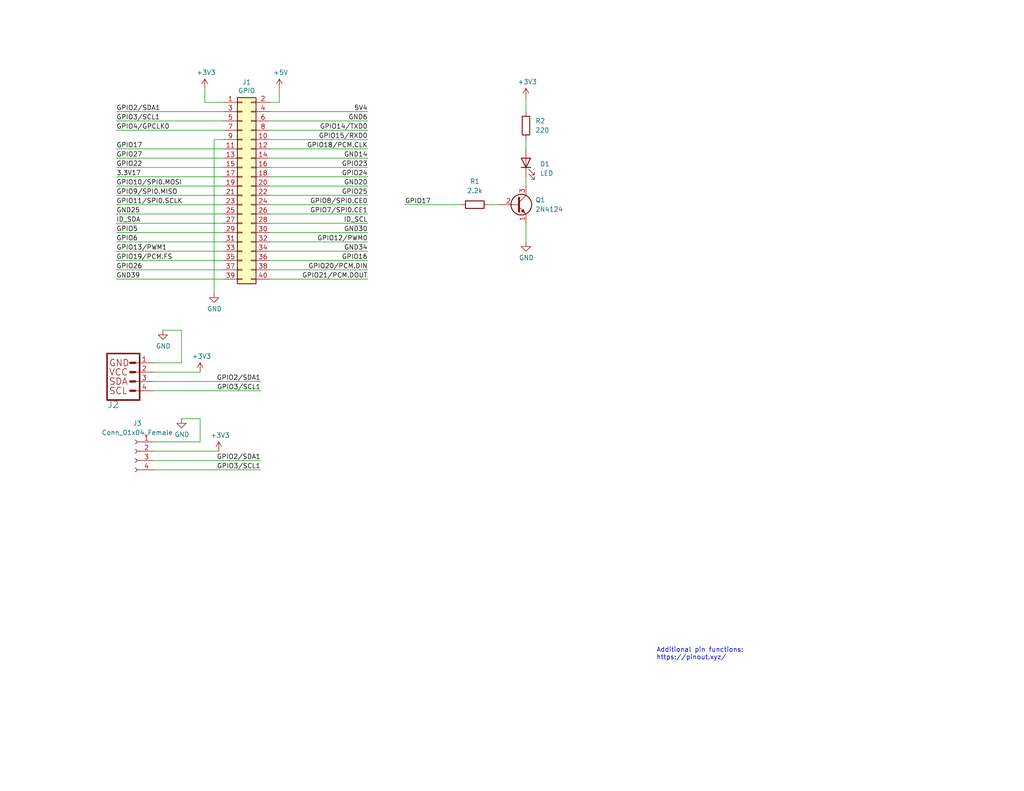
<source format=kicad_sch>
(kicad_sch (version 20211123) (generator eeschema)

  (uuid e63e39d7-6ac0-4ffd-8aa3-1841a4541b55)

  (paper "USLetter")

  (title_block
    (date "2023-11-08")
  )

  (lib_symbols
    (symbol "Connector:Conn_01x04_Female" (pin_names (offset 1.016) hide) (in_bom yes) (on_board yes)
      (property "Reference" "J" (id 0) (at 0 5.08 0)
        (effects (font (size 1.27 1.27)))
      )
      (property "Value" "Conn_01x04_Female" (id 1) (at 0 -7.62 0)
        (effects (font (size 1.27 1.27)))
      )
      (property "Footprint" "" (id 2) (at 0 0 0)
        (effects (font (size 1.27 1.27)) hide)
      )
      (property "Datasheet" "~" (id 3) (at 0 0 0)
        (effects (font (size 1.27 1.27)) hide)
      )
      (property "ki_keywords" "connector" (id 4) (at 0 0 0)
        (effects (font (size 1.27 1.27)) hide)
      )
      (property "ki_description" "Generic connector, single row, 01x04, script generated (kicad-library-utils/schlib/autogen/connector/)" (id 5) (at 0 0 0)
        (effects (font (size 1.27 1.27)) hide)
      )
      (property "ki_fp_filters" "Connector*:*_1x??_*" (id 6) (at 0 0 0)
        (effects (font (size 1.27 1.27)) hide)
      )
      (symbol "Conn_01x04_Female_1_1"
        (arc (start 0 -4.572) (mid -0.508 -5.08) (end 0 -5.588)
          (stroke (width 0.1524) (type default) (color 0 0 0 0))
          (fill (type none))
        )
        (arc (start 0 -2.032) (mid -0.508 -2.54) (end 0 -3.048)
          (stroke (width 0.1524) (type default) (color 0 0 0 0))
          (fill (type none))
        )
        (polyline
          (pts
            (xy -1.27 -5.08)
            (xy -0.508 -5.08)
          )
          (stroke (width 0.1524) (type default) (color 0 0 0 0))
          (fill (type none))
        )
        (polyline
          (pts
            (xy -1.27 -2.54)
            (xy -0.508 -2.54)
          )
          (stroke (width 0.1524) (type default) (color 0 0 0 0))
          (fill (type none))
        )
        (polyline
          (pts
            (xy -1.27 0)
            (xy -0.508 0)
          )
          (stroke (width 0.1524) (type default) (color 0 0 0 0))
          (fill (type none))
        )
        (polyline
          (pts
            (xy -1.27 2.54)
            (xy -0.508 2.54)
          )
          (stroke (width 0.1524) (type default) (color 0 0 0 0))
          (fill (type none))
        )
        (arc (start 0 0.508) (mid -0.508 0) (end 0 -0.508)
          (stroke (width 0.1524) (type default) (color 0 0 0 0))
          (fill (type none))
        )
        (arc (start 0 3.048) (mid -0.508 2.54) (end 0 2.032)
          (stroke (width 0.1524) (type default) (color 0 0 0 0))
          (fill (type none))
        )
        (pin passive line (at -5.08 2.54 0) (length 3.81)
          (name "Pin_1" (effects (font (size 1.27 1.27))))
          (number "1" (effects (font (size 1.27 1.27))))
        )
        (pin passive line (at -5.08 0 0) (length 3.81)
          (name "Pin_2" (effects (font (size 1.27 1.27))))
          (number "2" (effects (font (size 1.27 1.27))))
        )
        (pin passive line (at -5.08 -2.54 0) (length 3.81)
          (name "Pin_3" (effects (font (size 1.27 1.27))))
          (number "3" (effects (font (size 1.27 1.27))))
        )
        (pin passive line (at -5.08 -5.08 0) (length 3.81)
          (name "Pin_4" (effects (font (size 1.27 1.27))))
          (number "4" (effects (font (size 1.27 1.27))))
        )
      )
    )
    (symbol "Connector_Generic:Conn_02x20_Odd_Even" (pin_names (offset 1.016) hide) (in_bom yes) (on_board yes)
      (property "Reference" "J" (id 0) (at 1.27 25.4 0)
        (effects (font (size 1.27 1.27)))
      )
      (property "Value" "Conn_02x20_Odd_Even" (id 1) (at 1.27 -27.94 0)
        (effects (font (size 1.27 1.27)))
      )
      (property "Footprint" "" (id 2) (at 0 0 0)
        (effects (font (size 1.27 1.27)) hide)
      )
      (property "Datasheet" "~" (id 3) (at 0 0 0)
        (effects (font (size 1.27 1.27)) hide)
      )
      (property "ki_keywords" "connector" (id 4) (at 0 0 0)
        (effects (font (size 1.27 1.27)) hide)
      )
      (property "ki_description" "Generic connector, double row, 02x20, odd/even pin numbering scheme (row 1 odd numbers, row 2 even numbers), script generated (kicad-library-utils/schlib/autogen/connector/)" (id 5) (at 0 0 0)
        (effects (font (size 1.27 1.27)) hide)
      )
      (property "ki_fp_filters" "Connector*:*_2x??_*" (id 6) (at 0 0 0)
        (effects (font (size 1.27 1.27)) hide)
      )
      (symbol "Conn_02x20_Odd_Even_1_1"
        (rectangle (start -1.27 -25.273) (end 0 -25.527)
          (stroke (width 0.1524) (type default) (color 0 0 0 0))
          (fill (type none))
        )
        (rectangle (start -1.27 -22.733) (end 0 -22.987)
          (stroke (width 0.1524) (type default) (color 0 0 0 0))
          (fill (type none))
        )
        (rectangle (start -1.27 -20.193) (end 0 -20.447)
          (stroke (width 0.1524) (type default) (color 0 0 0 0))
          (fill (type none))
        )
        (rectangle (start -1.27 -17.653) (end 0 -17.907)
          (stroke (width 0.1524) (type default) (color 0 0 0 0))
          (fill (type none))
        )
        (rectangle (start -1.27 -15.113) (end 0 -15.367)
          (stroke (width 0.1524) (type default) (color 0 0 0 0))
          (fill (type none))
        )
        (rectangle (start -1.27 -12.573) (end 0 -12.827)
          (stroke (width 0.1524) (type default) (color 0 0 0 0))
          (fill (type none))
        )
        (rectangle (start -1.27 -10.033) (end 0 -10.287)
          (stroke (width 0.1524) (type default) (color 0 0 0 0))
          (fill (type none))
        )
        (rectangle (start -1.27 -7.493) (end 0 -7.747)
          (stroke (width 0.1524) (type default) (color 0 0 0 0))
          (fill (type none))
        )
        (rectangle (start -1.27 -4.953) (end 0 -5.207)
          (stroke (width 0.1524) (type default) (color 0 0 0 0))
          (fill (type none))
        )
        (rectangle (start -1.27 -2.413) (end 0 -2.667)
          (stroke (width 0.1524) (type default) (color 0 0 0 0))
          (fill (type none))
        )
        (rectangle (start -1.27 0.127) (end 0 -0.127)
          (stroke (width 0.1524) (type default) (color 0 0 0 0))
          (fill (type none))
        )
        (rectangle (start -1.27 2.667) (end 0 2.413)
          (stroke (width 0.1524) (type default) (color 0 0 0 0))
          (fill (type none))
        )
        (rectangle (start -1.27 5.207) (end 0 4.953)
          (stroke (width 0.1524) (type default) (color 0 0 0 0))
          (fill (type none))
        )
        (rectangle (start -1.27 7.747) (end 0 7.493)
          (stroke (width 0.1524) (type default) (color 0 0 0 0))
          (fill (type none))
        )
        (rectangle (start -1.27 10.287) (end 0 10.033)
          (stroke (width 0.1524) (type default) (color 0 0 0 0))
          (fill (type none))
        )
        (rectangle (start -1.27 12.827) (end 0 12.573)
          (stroke (width 0.1524) (type default) (color 0 0 0 0))
          (fill (type none))
        )
        (rectangle (start -1.27 15.367) (end 0 15.113)
          (stroke (width 0.1524) (type default) (color 0 0 0 0))
          (fill (type none))
        )
        (rectangle (start -1.27 17.907) (end 0 17.653)
          (stroke (width 0.1524) (type default) (color 0 0 0 0))
          (fill (type none))
        )
        (rectangle (start -1.27 20.447) (end 0 20.193)
          (stroke (width 0.1524) (type default) (color 0 0 0 0))
          (fill (type none))
        )
        (rectangle (start -1.27 22.987) (end 0 22.733)
          (stroke (width 0.1524) (type default) (color 0 0 0 0))
          (fill (type none))
        )
        (rectangle (start -1.27 24.13) (end 3.81 -26.67)
          (stroke (width 0.254) (type default) (color 0 0 0 0))
          (fill (type background))
        )
        (rectangle (start 3.81 -25.273) (end 2.54 -25.527)
          (stroke (width 0.1524) (type default) (color 0 0 0 0))
          (fill (type none))
        )
        (rectangle (start 3.81 -22.733) (end 2.54 -22.987)
          (stroke (width 0.1524) (type default) (color 0 0 0 0))
          (fill (type none))
        )
        (rectangle (start 3.81 -20.193) (end 2.54 -20.447)
          (stroke (width 0.1524) (type default) (color 0 0 0 0))
          (fill (type none))
        )
        (rectangle (start 3.81 -17.653) (end 2.54 -17.907)
          (stroke (width 0.1524) (type default) (color 0 0 0 0))
          (fill (type none))
        )
        (rectangle (start 3.81 -15.113) (end 2.54 -15.367)
          (stroke (width 0.1524) (type default) (color 0 0 0 0))
          (fill (type none))
        )
        (rectangle (start 3.81 -12.573) (end 2.54 -12.827)
          (stroke (width 0.1524) (type default) (color 0 0 0 0))
          (fill (type none))
        )
        (rectangle (start 3.81 -10.033) (end 2.54 -10.287)
          (stroke (width 0.1524) (type default) (color 0 0 0 0))
          (fill (type none))
        )
        (rectangle (start 3.81 -7.493) (end 2.54 -7.747)
          (stroke (width 0.1524) (type default) (color 0 0 0 0))
          (fill (type none))
        )
        (rectangle (start 3.81 -4.953) (end 2.54 -5.207)
          (stroke (width 0.1524) (type default) (color 0 0 0 0))
          (fill (type none))
        )
        (rectangle (start 3.81 -2.413) (end 2.54 -2.667)
          (stroke (width 0.1524) (type default) (color 0 0 0 0))
          (fill (type none))
        )
        (rectangle (start 3.81 0.127) (end 2.54 -0.127)
          (stroke (width 0.1524) (type default) (color 0 0 0 0))
          (fill (type none))
        )
        (rectangle (start 3.81 2.667) (end 2.54 2.413)
          (stroke (width 0.1524) (type default) (color 0 0 0 0))
          (fill (type none))
        )
        (rectangle (start 3.81 5.207) (end 2.54 4.953)
          (stroke (width 0.1524) (type default) (color 0 0 0 0))
          (fill (type none))
        )
        (rectangle (start 3.81 7.747) (end 2.54 7.493)
          (stroke (width 0.1524) (type default) (color 0 0 0 0))
          (fill (type none))
        )
        (rectangle (start 3.81 10.287) (end 2.54 10.033)
          (stroke (width 0.1524) (type default) (color 0 0 0 0))
          (fill (type none))
        )
        (rectangle (start 3.81 12.827) (end 2.54 12.573)
          (stroke (width 0.1524) (type default) (color 0 0 0 0))
          (fill (type none))
        )
        (rectangle (start 3.81 15.367) (end 2.54 15.113)
          (stroke (width 0.1524) (type default) (color 0 0 0 0))
          (fill (type none))
        )
        (rectangle (start 3.81 17.907) (end 2.54 17.653)
          (stroke (width 0.1524) (type default) (color 0 0 0 0))
          (fill (type none))
        )
        (rectangle (start 3.81 20.447) (end 2.54 20.193)
          (stroke (width 0.1524) (type default) (color 0 0 0 0))
          (fill (type none))
        )
        (rectangle (start 3.81 22.987) (end 2.54 22.733)
          (stroke (width 0.1524) (type default) (color 0 0 0 0))
          (fill (type none))
        )
        (pin passive line (at -5.08 22.86 0) (length 3.81)
          (name "Pin_1" (effects (font (size 1.27 1.27))))
          (number "1" (effects (font (size 1.27 1.27))))
        )
        (pin passive line (at 7.62 12.7 180) (length 3.81)
          (name "Pin_10" (effects (font (size 1.27 1.27))))
          (number "10" (effects (font (size 1.27 1.27))))
        )
        (pin passive line (at -5.08 10.16 0) (length 3.81)
          (name "Pin_11" (effects (font (size 1.27 1.27))))
          (number "11" (effects (font (size 1.27 1.27))))
        )
        (pin passive line (at 7.62 10.16 180) (length 3.81)
          (name "Pin_12" (effects (font (size 1.27 1.27))))
          (number "12" (effects (font (size 1.27 1.27))))
        )
        (pin passive line (at -5.08 7.62 0) (length 3.81)
          (name "Pin_13" (effects (font (size 1.27 1.27))))
          (number "13" (effects (font (size 1.27 1.27))))
        )
        (pin passive line (at 7.62 7.62 180) (length 3.81)
          (name "Pin_14" (effects (font (size 1.27 1.27))))
          (number "14" (effects (font (size 1.27 1.27))))
        )
        (pin passive line (at -5.08 5.08 0) (length 3.81)
          (name "Pin_15" (effects (font (size 1.27 1.27))))
          (number "15" (effects (font (size 1.27 1.27))))
        )
        (pin passive line (at 7.62 5.08 180) (length 3.81)
          (name "Pin_16" (effects (font (size 1.27 1.27))))
          (number "16" (effects (font (size 1.27 1.27))))
        )
        (pin passive line (at -5.08 2.54 0) (length 3.81)
          (name "Pin_17" (effects (font (size 1.27 1.27))))
          (number "17" (effects (font (size 1.27 1.27))))
        )
        (pin passive line (at 7.62 2.54 180) (length 3.81)
          (name "Pin_18" (effects (font (size 1.27 1.27))))
          (number "18" (effects (font (size 1.27 1.27))))
        )
        (pin passive line (at -5.08 0 0) (length 3.81)
          (name "Pin_19" (effects (font (size 1.27 1.27))))
          (number "19" (effects (font (size 1.27 1.27))))
        )
        (pin passive line (at 7.62 22.86 180) (length 3.81)
          (name "Pin_2" (effects (font (size 1.27 1.27))))
          (number "2" (effects (font (size 1.27 1.27))))
        )
        (pin passive line (at 7.62 0 180) (length 3.81)
          (name "Pin_20" (effects (font (size 1.27 1.27))))
          (number "20" (effects (font (size 1.27 1.27))))
        )
        (pin passive line (at -5.08 -2.54 0) (length 3.81)
          (name "Pin_21" (effects (font (size 1.27 1.27))))
          (number "21" (effects (font (size 1.27 1.27))))
        )
        (pin passive line (at 7.62 -2.54 180) (length 3.81)
          (name "Pin_22" (effects (font (size 1.27 1.27))))
          (number "22" (effects (font (size 1.27 1.27))))
        )
        (pin passive line (at -5.08 -5.08 0) (length 3.81)
          (name "Pin_23" (effects (font (size 1.27 1.27))))
          (number "23" (effects (font (size 1.27 1.27))))
        )
        (pin passive line (at 7.62 -5.08 180) (length 3.81)
          (name "Pin_24" (effects (font (size 1.27 1.27))))
          (number "24" (effects (font (size 1.27 1.27))))
        )
        (pin passive line (at -5.08 -7.62 0) (length 3.81)
          (name "Pin_25" (effects (font (size 1.27 1.27))))
          (number "25" (effects (font (size 1.27 1.27))))
        )
        (pin passive line (at 7.62 -7.62 180) (length 3.81)
          (name "Pin_26" (effects (font (size 1.27 1.27))))
          (number "26" (effects (font (size 1.27 1.27))))
        )
        (pin passive line (at -5.08 -10.16 0) (length 3.81)
          (name "Pin_27" (effects (font (size 1.27 1.27))))
          (number "27" (effects (font (size 1.27 1.27))))
        )
        (pin passive line (at 7.62 -10.16 180) (length 3.81)
          (name "Pin_28" (effects (font (size 1.27 1.27))))
          (number "28" (effects (font (size 1.27 1.27))))
        )
        (pin passive line (at -5.08 -12.7 0) (length 3.81)
          (name "Pin_29" (effects (font (size 1.27 1.27))))
          (number "29" (effects (font (size 1.27 1.27))))
        )
        (pin passive line (at -5.08 20.32 0) (length 3.81)
          (name "Pin_3" (effects (font (size 1.27 1.27))))
          (number "3" (effects (font (size 1.27 1.27))))
        )
        (pin passive line (at 7.62 -12.7 180) (length 3.81)
          (name "Pin_30" (effects (font (size 1.27 1.27))))
          (number "30" (effects (font (size 1.27 1.27))))
        )
        (pin passive line (at -5.08 -15.24 0) (length 3.81)
          (name "Pin_31" (effects (font (size 1.27 1.27))))
          (number "31" (effects (font (size 1.27 1.27))))
        )
        (pin passive line (at 7.62 -15.24 180) (length 3.81)
          (name "Pin_32" (effects (font (size 1.27 1.27))))
          (number "32" (effects (font (size 1.27 1.27))))
        )
        (pin passive line (at -5.08 -17.78 0) (length 3.81)
          (name "Pin_33" (effects (font (size 1.27 1.27))))
          (number "33" (effects (font (size 1.27 1.27))))
        )
        (pin passive line (at 7.62 -17.78 180) (length 3.81)
          (name "Pin_34" (effects (font (size 1.27 1.27))))
          (number "34" (effects (font (size 1.27 1.27))))
        )
        (pin passive line (at -5.08 -20.32 0) (length 3.81)
          (name "Pin_35" (effects (font (size 1.27 1.27))))
          (number "35" (effects (font (size 1.27 1.27))))
        )
        (pin passive line (at 7.62 -20.32 180) (length 3.81)
          (name "Pin_36" (effects (font (size 1.27 1.27))))
          (number "36" (effects (font (size 1.27 1.27))))
        )
        (pin passive line (at -5.08 -22.86 0) (length 3.81)
          (name "Pin_37" (effects (font (size 1.27 1.27))))
          (number "37" (effects (font (size 1.27 1.27))))
        )
        (pin passive line (at 7.62 -22.86 180) (length 3.81)
          (name "Pin_38" (effects (font (size 1.27 1.27))))
          (number "38" (effects (font (size 1.27 1.27))))
        )
        (pin passive line (at -5.08 -25.4 0) (length 3.81)
          (name "Pin_39" (effects (font (size 1.27 1.27))))
          (number "39" (effects (font (size 1.27 1.27))))
        )
        (pin passive line (at 7.62 20.32 180) (length 3.81)
          (name "Pin_4" (effects (font (size 1.27 1.27))))
          (number "4" (effects (font (size 1.27 1.27))))
        )
        (pin passive line (at 7.62 -25.4 180) (length 3.81)
          (name "Pin_40" (effects (font (size 1.27 1.27))))
          (number "40" (effects (font (size 1.27 1.27))))
        )
        (pin passive line (at -5.08 17.78 0) (length 3.81)
          (name "Pin_5" (effects (font (size 1.27 1.27))))
          (number "5" (effects (font (size 1.27 1.27))))
        )
        (pin passive line (at 7.62 17.78 180) (length 3.81)
          (name "Pin_6" (effects (font (size 1.27 1.27))))
          (number "6" (effects (font (size 1.27 1.27))))
        )
        (pin passive line (at -5.08 15.24 0) (length 3.81)
          (name "Pin_7" (effects (font (size 1.27 1.27))))
          (number "7" (effects (font (size 1.27 1.27))))
        )
        (pin passive line (at 7.62 15.24 180) (length 3.81)
          (name "Pin_8" (effects (font (size 1.27 1.27))))
          (number "8" (effects (font (size 1.27 1.27))))
        )
        (pin passive line (at -5.08 12.7 0) (length 3.81)
          (name "Pin_9" (effects (font (size 1.27 1.27))))
          (number "9" (effects (font (size 1.27 1.27))))
        )
      )
    )
    (symbol "Device:LED" (pin_numbers hide) (pin_names (offset 1.016) hide) (in_bom yes) (on_board yes)
      (property "Reference" "D" (id 0) (at 0 2.54 0)
        (effects (font (size 1.27 1.27)))
      )
      (property "Value" "LED" (id 1) (at 0 -2.54 0)
        (effects (font (size 1.27 1.27)))
      )
      (property "Footprint" "" (id 2) (at 0 0 0)
        (effects (font (size 1.27 1.27)) hide)
      )
      (property "Datasheet" "~" (id 3) (at 0 0 0)
        (effects (font (size 1.27 1.27)) hide)
      )
      (property "ki_keywords" "LED diode" (id 4) (at 0 0 0)
        (effects (font (size 1.27 1.27)) hide)
      )
      (property "ki_description" "Light emitting diode" (id 5) (at 0 0 0)
        (effects (font (size 1.27 1.27)) hide)
      )
      (property "ki_fp_filters" "LED* LED_SMD:* LED_THT:*" (id 6) (at 0 0 0)
        (effects (font (size 1.27 1.27)) hide)
      )
      (symbol "LED_0_1"
        (polyline
          (pts
            (xy -1.27 -1.27)
            (xy -1.27 1.27)
          )
          (stroke (width 0.254) (type default) (color 0 0 0 0))
          (fill (type none))
        )
        (polyline
          (pts
            (xy -1.27 0)
            (xy 1.27 0)
          )
          (stroke (width 0) (type default) (color 0 0 0 0))
          (fill (type none))
        )
        (polyline
          (pts
            (xy 1.27 -1.27)
            (xy 1.27 1.27)
            (xy -1.27 0)
            (xy 1.27 -1.27)
          )
          (stroke (width 0.254) (type default) (color 0 0 0 0))
          (fill (type none))
        )
        (polyline
          (pts
            (xy -3.048 -0.762)
            (xy -4.572 -2.286)
            (xy -3.81 -2.286)
            (xy -4.572 -2.286)
            (xy -4.572 -1.524)
          )
          (stroke (width 0) (type default) (color 0 0 0 0))
          (fill (type none))
        )
        (polyline
          (pts
            (xy -1.778 -0.762)
            (xy -3.302 -2.286)
            (xy -2.54 -2.286)
            (xy -3.302 -2.286)
            (xy -3.302 -1.524)
          )
          (stroke (width 0) (type default) (color 0 0 0 0))
          (fill (type none))
        )
      )
      (symbol "LED_1_1"
        (pin passive line (at -3.81 0 0) (length 2.54)
          (name "K" (effects (font (size 1.27 1.27))))
          (number "1" (effects (font (size 1.27 1.27))))
        )
        (pin passive line (at 3.81 0 180) (length 2.54)
          (name "A" (effects (font (size 1.27 1.27))))
          (number "2" (effects (font (size 1.27 1.27))))
        )
      )
    )
    (symbol "Device:R" (pin_numbers hide) (pin_names (offset 0)) (in_bom yes) (on_board yes)
      (property "Reference" "R" (id 0) (at 2.032 0 90)
        (effects (font (size 1.27 1.27)))
      )
      (property "Value" "R" (id 1) (at 0 0 90)
        (effects (font (size 1.27 1.27)))
      )
      (property "Footprint" "" (id 2) (at -1.778 0 90)
        (effects (font (size 1.27 1.27)) hide)
      )
      (property "Datasheet" "~" (id 3) (at 0 0 0)
        (effects (font (size 1.27 1.27)) hide)
      )
      (property "ki_keywords" "R res resistor" (id 4) (at 0 0 0)
        (effects (font (size 1.27 1.27)) hide)
      )
      (property "ki_description" "Resistor" (id 5) (at 0 0 0)
        (effects (font (size 1.27 1.27)) hide)
      )
      (property "ki_fp_filters" "R_*" (id 6) (at 0 0 0)
        (effects (font (size 1.27 1.27)) hide)
      )
      (symbol "R_0_1"
        (rectangle (start -1.016 -2.54) (end 1.016 2.54)
          (stroke (width 0.254) (type default) (color 0 0 0 0))
          (fill (type none))
        )
      )
      (symbol "R_1_1"
        (pin passive line (at 0 3.81 270) (length 1.27)
          (name "~" (effects (font (size 1.27 1.27))))
          (number "1" (effects (font (size 1.27 1.27))))
        )
        (pin passive line (at 0 -3.81 90) (length 1.27)
          (name "~" (effects (font (size 1.27 1.27))))
          (number "2" (effects (font (size 1.27 1.27))))
        )
      )
    )
    (symbol "Qwiic_pHat_for_Raspberry_Pi_v30-eagle-import:I2C_STANDARDQWIIC" (in_bom yes) (on_board yes)
      (property "Reference" "J" (id 0) (at -5.08 7.874 0)
        (effects (font (size 1.778 1.778)) (justify left bottom))
      )
      (property "Value" "I2C_STANDARDQWIIC" (id 1) (at -5.08 -5.334 0)
        (effects (font (size 1.778 1.778)) (justify left top))
      )
      (property "Footprint" "Qwiic_pHat_for_Raspberry_Pi_v30:JST04_1MM_RA" (id 2) (at 0 0 0)
        (effects (font (size 1.27 1.27)) hide)
      )
      (property "Datasheet" "" (id 3) (at 0 0 0)
        (effects (font (size 1.27 1.27)) hide)
      )
      (property "ki_locked" "" (id 4) (at 0 0 0)
        (effects (font (size 1.27 1.27)))
      )
      (symbol "I2C_STANDARDQWIIC_1_0"
        (polyline
          (pts
            (xy -5.08 7.62)
            (xy -5.08 -5.08)
          )
          (stroke (width 0.4064) (type default) (color 0 0 0 0))
          (fill (type none))
        )
        (polyline
          (pts
            (xy -5.08 7.62)
            (xy 3.81 7.62)
          )
          (stroke (width 0.4064) (type default) (color 0 0 0 0))
          (fill (type none))
        )
        (polyline
          (pts
            (xy 1.27 -2.54)
            (xy 2.54 -2.54)
          )
          (stroke (width 0.6096) (type default) (color 0 0 0 0))
          (fill (type none))
        )
        (polyline
          (pts
            (xy 1.27 0)
            (xy 2.54 0)
          )
          (stroke (width 0.6096) (type default) (color 0 0 0 0))
          (fill (type none))
        )
        (polyline
          (pts
            (xy 1.27 2.54)
            (xy 2.54 2.54)
          )
          (stroke (width 0.6096) (type default) (color 0 0 0 0))
          (fill (type none))
        )
        (polyline
          (pts
            (xy 1.27 5.08)
            (xy 2.54 5.08)
          )
          (stroke (width 0.6096) (type default) (color 0 0 0 0))
          (fill (type none))
        )
        (polyline
          (pts
            (xy 3.81 -5.08)
            (xy -5.08 -5.08)
          )
          (stroke (width 0.4064) (type default) (color 0 0 0 0))
          (fill (type none))
        )
        (polyline
          (pts
            (xy 3.81 -5.08)
            (xy 3.81 7.62)
          )
          (stroke (width 0.4064) (type default) (color 0 0 0 0))
          (fill (type none))
        )
        (text "GND" (at -4.572 -2.54 0)
          (effects (font (size 1.778 1.778)) (justify left))
        )
        (text "SCL" (at -4.572 5.08 0)
          (effects (font (size 1.778 1.778)) (justify left))
        )
        (text "SDA" (at -4.572 2.54 0)
          (effects (font (size 1.778 1.778)) (justify left))
        )
        (text "VCC" (at -4.572 0 0)
          (effects (font (size 1.778 1.778)) (justify left))
        )
        (pin power_in line (at 7.62 -2.54 180) (length 5.08)
          (name "1" (effects (font (size 0 0))))
          (number "1" (effects (font (size 1.27 1.27))))
        )
        (pin power_in line (at 7.62 0 180) (length 5.08)
          (name "2" (effects (font (size 0 0))))
          (number "2" (effects (font (size 1.27 1.27))))
        )
        (pin passive line (at 7.62 2.54 180) (length 5.08)
          (name "3" (effects (font (size 0 0))))
          (number "3" (effects (font (size 1.27 1.27))))
        )
        (pin passive line (at 7.62 5.08 180) (length 5.08)
          (name "4" (effects (font (size 0 0))))
          (number "4" (effects (font (size 1.27 1.27))))
        )
      )
    )
    (symbol "Transistor_BJT:2N3904" (pin_names (offset 0) hide) (in_bom yes) (on_board yes)
      (property "Reference" "Q" (id 0) (at 5.08 1.905 0)
        (effects (font (size 1.27 1.27)) (justify left))
      )
      (property "Value" "2N3904" (id 1) (at 5.08 0 0)
        (effects (font (size 1.27 1.27)) (justify left))
      )
      (property "Footprint" "Package_TO_SOT_THT:TO-92_Inline" (id 2) (at 5.08 -1.905 0)
        (effects (font (size 1.27 1.27) italic) (justify left) hide)
      )
      (property "Datasheet" "https://www.onsemi.com/pub/Collateral/2N3903-D.PDF" (id 3) (at 0 0 0)
        (effects (font (size 1.27 1.27)) (justify left) hide)
      )
      (property "ki_keywords" "NPN Transistor" (id 4) (at 0 0 0)
        (effects (font (size 1.27 1.27)) hide)
      )
      (property "ki_description" "0.2A Ic, 40V Vce, Small Signal NPN Transistor, TO-92" (id 5) (at 0 0 0)
        (effects (font (size 1.27 1.27)) hide)
      )
      (property "ki_fp_filters" "TO?92*" (id 6) (at 0 0 0)
        (effects (font (size 1.27 1.27)) hide)
      )
      (symbol "2N3904_0_1"
        (polyline
          (pts
            (xy 0.635 0.635)
            (xy 2.54 2.54)
          )
          (stroke (width 0) (type default) (color 0 0 0 0))
          (fill (type none))
        )
        (polyline
          (pts
            (xy 0.635 -0.635)
            (xy 2.54 -2.54)
            (xy 2.54 -2.54)
          )
          (stroke (width 0) (type default) (color 0 0 0 0))
          (fill (type none))
        )
        (polyline
          (pts
            (xy 0.635 1.905)
            (xy 0.635 -1.905)
            (xy 0.635 -1.905)
          )
          (stroke (width 0.508) (type default) (color 0 0 0 0))
          (fill (type none))
        )
        (polyline
          (pts
            (xy 1.27 -1.778)
            (xy 1.778 -1.27)
            (xy 2.286 -2.286)
            (xy 1.27 -1.778)
            (xy 1.27 -1.778)
          )
          (stroke (width 0) (type default) (color 0 0 0 0))
          (fill (type outline))
        )
        (circle (center 1.27 0) (radius 2.8194)
          (stroke (width 0.254) (type default) (color 0 0 0 0))
          (fill (type none))
        )
      )
      (symbol "2N3904_1_1"
        (pin passive line (at 2.54 -5.08 90) (length 2.54)
          (name "E" (effects (font (size 1.27 1.27))))
          (number "1" (effects (font (size 1.27 1.27))))
        )
        (pin passive line (at -5.08 0 0) (length 5.715)
          (name "B" (effects (font (size 1.27 1.27))))
          (number "2" (effects (font (size 1.27 1.27))))
        )
        (pin passive line (at 2.54 5.08 270) (length 2.54)
          (name "C" (effects (font (size 1.27 1.27))))
          (number "3" (effects (font (size 1.27 1.27))))
        )
      )
    )
    (symbol "power:+3.3V" (power) (pin_names (offset 0)) (in_bom yes) (on_board yes)
      (property "Reference" "#PWR" (id 0) (at 0 -3.81 0)
        (effects (font (size 1.27 1.27)) hide)
      )
      (property "Value" "+3.3V" (id 1) (at 0 3.556 0)
        (effects (font (size 1.27 1.27)))
      )
      (property "Footprint" "" (id 2) (at 0 0 0)
        (effects (font (size 1.27 1.27)) hide)
      )
      (property "Datasheet" "" (id 3) (at 0 0 0)
        (effects (font (size 1.27 1.27)) hide)
      )
      (property "ki_keywords" "power-flag" (id 4) (at 0 0 0)
        (effects (font (size 1.27 1.27)) hide)
      )
      (property "ki_description" "Power symbol creates a global label with name \"+3.3V\"" (id 5) (at 0 0 0)
        (effects (font (size 1.27 1.27)) hide)
      )
      (symbol "+3.3V_0_1"
        (polyline
          (pts
            (xy -0.762 1.27)
            (xy 0 2.54)
          )
          (stroke (width 0) (type default) (color 0 0 0 0))
          (fill (type none))
        )
        (polyline
          (pts
            (xy 0 0)
            (xy 0 2.54)
          )
          (stroke (width 0) (type default) (color 0 0 0 0))
          (fill (type none))
        )
        (polyline
          (pts
            (xy 0 2.54)
            (xy 0.762 1.27)
          )
          (stroke (width 0) (type default) (color 0 0 0 0))
          (fill (type none))
        )
      )
      (symbol "+3.3V_1_1"
        (pin power_in line (at 0 0 90) (length 0) hide
          (name "+3V3" (effects (font (size 1.27 1.27))))
          (number "1" (effects (font (size 1.27 1.27))))
        )
      )
    )
    (symbol "power:+5V" (power) (pin_names (offset 0)) (in_bom yes) (on_board yes)
      (property "Reference" "#PWR" (id 0) (at 0 -3.81 0)
        (effects (font (size 1.27 1.27)) hide)
      )
      (property "Value" "+5V" (id 1) (at 0 3.556 0)
        (effects (font (size 1.27 1.27)))
      )
      (property "Footprint" "" (id 2) (at 0 0 0)
        (effects (font (size 1.27 1.27)) hide)
      )
      (property "Datasheet" "" (id 3) (at 0 0 0)
        (effects (font (size 1.27 1.27)) hide)
      )
      (property "ki_keywords" "power-flag" (id 4) (at 0 0 0)
        (effects (font (size 1.27 1.27)) hide)
      )
      (property "ki_description" "Power symbol creates a global label with name \"+5V\"" (id 5) (at 0 0 0)
        (effects (font (size 1.27 1.27)) hide)
      )
      (symbol "+5V_0_1"
        (polyline
          (pts
            (xy -0.762 1.27)
            (xy 0 2.54)
          )
          (stroke (width 0) (type default) (color 0 0 0 0))
          (fill (type none))
        )
        (polyline
          (pts
            (xy 0 0)
            (xy 0 2.54)
          )
          (stroke (width 0) (type default) (color 0 0 0 0))
          (fill (type none))
        )
        (polyline
          (pts
            (xy 0 2.54)
            (xy 0.762 1.27)
          )
          (stroke (width 0) (type default) (color 0 0 0 0))
          (fill (type none))
        )
      )
      (symbol "+5V_1_1"
        (pin power_in line (at 0 0 90) (length 0) hide
          (name "+5V" (effects (font (size 1.27 1.27))))
          (number "1" (effects (font (size 1.27 1.27))))
        )
      )
    )
    (symbol "power:GND" (power) (pin_names (offset 0)) (in_bom yes) (on_board yes)
      (property "Reference" "#PWR" (id 0) (at 0 -6.35 0)
        (effects (font (size 1.27 1.27)) hide)
      )
      (property "Value" "GND" (id 1) (at 0 -3.81 0)
        (effects (font (size 1.27 1.27)))
      )
      (property "Footprint" "" (id 2) (at 0 0 0)
        (effects (font (size 1.27 1.27)) hide)
      )
      (property "Datasheet" "" (id 3) (at 0 0 0)
        (effects (font (size 1.27 1.27)) hide)
      )
      (property "ki_keywords" "power-flag" (id 4) (at 0 0 0)
        (effects (font (size 1.27 1.27)) hide)
      )
      (property "ki_description" "Power symbol creates a global label with name \"GND\" , ground" (id 5) (at 0 0 0)
        (effects (font (size 1.27 1.27)) hide)
      )
      (symbol "GND_0_1"
        (polyline
          (pts
            (xy 0 0)
            (xy 0 -1.27)
            (xy 1.27 -1.27)
            (xy 0 -2.54)
            (xy -1.27 -1.27)
            (xy 0 -1.27)
          )
          (stroke (width 0) (type default) (color 0 0 0 0))
          (fill (type none))
        )
      )
      (symbol "GND_1_1"
        (pin power_in line (at 0 0 270) (length 0) hide
          (name "GND" (effects (font (size 1.27 1.27))))
          (number "1" (effects (font (size 1.27 1.27))))
        )
      )
    )
  )


  (wire (pts (xy 73.66 58.42) (xy 100.33 58.42))
    (stroke (width 0) (type solid) (color 0 0 0 0))
    (uuid 01e536fb-12ab-43ce-a95e-82675e37d4b7)
  )
  (wire (pts (xy 41.91 104.14) (xy 71.12 104.14))
    (stroke (width 0) (type solid) (color 0 0 0 0))
    (uuid 05ec205e-5931-4ea4-885a-e94ec811a765)
  )
  (wire (pts (xy 60.96 40.64) (xy 31.75 40.64))
    (stroke (width 0) (type solid) (color 0 0 0 0))
    (uuid 0694ca26-7b8c-4c30-bae9-3b74fab1e60a)
  )
  (wire (pts (xy 73.66 30.48) (xy 100.33 30.48))
    (stroke (width 0) (type default) (color 0 0 0 0))
    (uuid 1d67a649-6fe7-4abe-a89f-1463daf64b9b)
  )
  (wire (pts (xy 73.66 33.02) (xy 100.33 33.02))
    (stroke (width 0) (type default) (color 0 0 0 0))
    (uuid 24a21202-30f1-4b95-ab4e-a54c2d39e90c)
  )
  (wire (pts (xy 73.66 35.56) (xy 100.33 35.56))
    (stroke (width 0) (type solid) (color 0 0 0 0))
    (uuid 2710a316-ad7d-4403-afc1-1df73ba69697)
  )
  (wire (pts (xy 58.42 38.1) (xy 58.42 80.01))
    (stroke (width 0) (type solid) (color 0 0 0 0))
    (uuid 29651976-85fe-45df-9d6a-4d640774cbbc)
  )
  (wire (pts (xy 143.51 26.67) (xy 143.51 30.48))
    (stroke (width 0) (type default) (color 0 0 0 0))
    (uuid 2bf3f85b-51b1-42b3-aacf-2be3f4d5fd89)
  )
  (wire (pts (xy 73.66 50.8) (xy 100.33 50.8))
    (stroke (width 0) (type default) (color 0 0 0 0))
    (uuid 3022662a-d897-441c-a43a-ef8c72caac0d)
  )
  (wire (pts (xy 58.42 38.1) (xy 60.96 38.1))
    (stroke (width 0) (type solid) (color 0 0 0 0))
    (uuid 335bbf29-f5b7-4e5a-993a-a34ce5ab5756)
  )
  (wire (pts (xy 73.66 55.88) (xy 100.33 55.88))
    (stroke (width 0) (type solid) (color 0 0 0 0))
    (uuid 3522f983-faf4-44f4-900c-086a3d364c60)
  )
  (wire (pts (xy 60.96 60.96) (xy 31.75 60.96))
    (stroke (width 0) (type solid) (color 0 0 0 0))
    (uuid 37ae508e-6121-46a7-8162-5c727675dd10)
  )
  (wire (pts (xy 31.75 63.5) (xy 60.96 63.5))
    (stroke (width 0) (type solid) (color 0 0 0 0))
    (uuid 3b2261b8-cc6a-4f24-9a9d-8411b13f362c)
  )
  (wire (pts (xy 41.91 101.6) (xy 54.61 101.6))
    (stroke (width 0) (type default) (color 0 0 0 0))
    (uuid 3cb9ba94-9759-447e-8844-a67d4f8836c1)
  )
  (wire (pts (xy 73.66 45.72) (xy 100.33 45.72))
    (stroke (width 0) (type solid) (color 0 0 0 0))
    (uuid 4c544204-3530-479b-b097-35aa046ba896)
  )
  (wire (pts (xy 73.66 76.2) (xy 100.33 76.2))
    (stroke (width 0) (type solid) (color 0 0 0 0))
    (uuid 55a29370-8495-4737-906c-8b505e228668)
  )
  (wire (pts (xy 31.75 43.18) (xy 60.96 43.18))
    (stroke (width 0) (type solid) (color 0 0 0 0))
    (uuid 55d9c53c-6409-4360-8797-b4f7b28c4137)
  )
  (wire (pts (xy 31.75 58.42) (xy 60.96 58.42))
    (stroke (width 0) (type default) (color 0 0 0 0))
    (uuid 579ddbe4-6801-43fd-b962-e48419e32867)
  )
  (wire (pts (xy 55.88 24.13) (xy 55.88 27.94))
    (stroke (width 0) (type solid) (color 0 0 0 0))
    (uuid 57c01d09-da37-45de-b174-3ad4f982af7b)
  )
  (wire (pts (xy 73.66 68.58) (xy 100.33 68.58))
    (stroke (width 0) (type solid) (color 0 0 0 0))
    (uuid 62f43b49-7566-4f4c-b16f-9b95531f6d28)
  )
  (wire (pts (xy 143.51 38.1) (xy 143.51 40.64))
    (stroke (width 0) (type default) (color 0 0 0 0))
    (uuid 6507e8b2-45b1-458f-aa46-f36ae5d9edc5)
  )
  (wire (pts (xy 41.91 106.68) (xy 71.12 106.68))
    (stroke (width 0) (type solid) (color 0 0 0 0))
    (uuid 66a07e21-ea7d-407b-aacf-38b8d503a80f)
  )
  (wire (pts (xy 31.75 33.02) (xy 60.96 33.02))
    (stroke (width 0) (type solid) (color 0 0 0 0))
    (uuid 67559638-167e-4f06-9757-aeeebf7e8930)
  )
  (wire (pts (xy 41.91 123.19) (xy 59.69 123.19))
    (stroke (width 0) (type default) (color 0 0 0 0))
    (uuid 6a762c22-6458-4f33-9f11-b4edb497c350)
  )
  (wire (pts (xy 31.75 76.2) (xy 60.96 76.2))
    (stroke (width 0) (type default) (color 0 0 0 0))
    (uuid 6a98cf05-4ec8-43aa-b4d5-2a3e19d66297)
  )
  (wire (pts (xy 41.91 99.06) (xy 49.53 99.06))
    (stroke (width 0) (type default) (color 0 0 0 0))
    (uuid 6bab8dc0-acdd-45b1-8924-d1d3ad3c38ed)
  )
  (wire (pts (xy 31.75 55.88) (xy 60.96 55.88))
    (stroke (width 0) (type solid) (color 0 0 0 0))
    (uuid 6c897b01-6835-4bf3-885d-4b22704f8f6e)
  )
  (wire (pts (xy 54.61 114.3) (xy 49.53 114.3))
    (stroke (width 0) (type default) (color 0 0 0 0))
    (uuid 6ceca833-2bd9-4457-9e7b-f465e23ad6d4)
  )
  (wire (pts (xy 143.51 60.96) (xy 143.51 66.04))
    (stroke (width 0) (type default) (color 0 0 0 0))
    (uuid 6f3358d9-4e43-4c2e-87ec-da3cd63fd49b)
  )
  (wire (pts (xy 31.75 48.26) (xy 60.96 48.26))
    (stroke (width 0) (type solid) (color 0 0 0 0))
    (uuid 707b993a-397a-40ee-bc4e-978ea0af003d)
  )
  (wire (pts (xy 60.96 30.48) (xy 31.75 30.48))
    (stroke (width 0) (type solid) (color 0 0 0 0))
    (uuid 73aefdad-91c2-4f5e-80c2-3f1cf4134807)
  )
  (wire (pts (xy 73.66 40.64) (xy 100.33 40.64))
    (stroke (width 0) (type solid) (color 0 0 0 0))
    (uuid 7d1a0af8-a3d8-4dbb-9873-21a280e175b7)
  )
  (wire (pts (xy 73.66 43.18) (xy 100.33 43.18))
    (stroke (width 0) (type solid) (color 0 0 0 0))
    (uuid 7dd33798-d6eb-48c4-8355-bbeae3353a44)
  )
  (wire (pts (xy 76.2 24.13) (xy 76.2 27.94))
    (stroke (width 0) (type solid) (color 0 0 0 0))
    (uuid 825ec672-c6b3-4524-894f-bfac8191e641)
  )
  (wire (pts (xy 31.75 35.56) (xy 60.96 35.56))
    (stroke (width 0) (type solid) (color 0 0 0 0))
    (uuid 85bd9bea-9b41-4249-9626-26358781edd8)
  )
  (wire (pts (xy 76.2 27.94) (xy 73.66 27.94))
    (stroke (width 0) (type solid) (color 0 0 0 0))
    (uuid 8846d55b-57bd-4185-9629-4525ca309ac0)
  )
  (wire (pts (xy 73.66 48.26) (xy 100.33 48.26))
    (stroke (width 0) (type solid) (color 0 0 0 0))
    (uuid 8b129051-97ca-49cd-adf8-4efb5043fabb)
  )
  (wire (pts (xy 73.66 38.1) (xy 100.33 38.1))
    (stroke (width 0) (type solid) (color 0 0 0 0))
    (uuid 8ccbbafc-2cdc-415a-ac78-6ccd25489208)
  )
  (wire (pts (xy 31.75 45.72) (xy 60.96 45.72))
    (stroke (width 0) (type solid) (color 0 0 0 0))
    (uuid 9705171e-2fe8-4d02-a114-94335e138862)
  )
  (wire (pts (xy 31.75 53.34) (xy 60.96 53.34))
    (stroke (width 0) (type solid) (color 0 0 0 0))
    (uuid 98a1aa7c-68bd-4966-834d-f673bb2b8d39)
  )
  (wire (pts (xy 49.53 99.06) (xy 49.53 90.17))
    (stroke (width 0) (type default) (color 0 0 0 0))
    (uuid 9e0daacc-dda3-44c7-9fa2-4eff4b63ef7f)
  )
  (wire (pts (xy 143.51 48.26) (xy 143.51 50.8))
    (stroke (width 0) (type default) (color 0 0 0 0))
    (uuid a41e1983-6009-4b72-b7d8-fa949f6fd1c9)
  )
  (wire (pts (xy 31.75 66.04) (xy 60.96 66.04))
    (stroke (width 0) (type solid) (color 0 0 0 0))
    (uuid a571c038-3cc2-4848-b404-365f2f7338be)
  )
  (wire (pts (xy 41.91 128.27) (xy 71.12 128.27))
    (stroke (width 0) (type solid) (color 0 0 0 0))
    (uuid aa29c993-d36f-4198-8ebb-2f837719e994)
  )
  (wire (pts (xy 41.91 120.65) (xy 54.61 120.65))
    (stroke (width 0) (type default) (color 0 0 0 0))
    (uuid ac469b60-c1db-47e7-a3f7-2ad2832a5fdb)
  )
  (wire (pts (xy 31.75 71.12) (xy 60.96 71.12))
    (stroke (width 0) (type solid) (color 0 0 0 0))
    (uuid b07bae11-81ae-4941-a5ed-27fd323486e6)
  )
  (wire (pts (xy 73.66 71.12) (xy 100.33 71.12))
    (stroke (width 0) (type solid) (color 0 0 0 0))
    (uuid b36591f4-a77c-49fb-84e3-ce0d65ee7c7c)
  )
  (wire (pts (xy 49.53 90.17) (xy 44.45 90.17))
    (stroke (width 0) (type default) (color 0 0 0 0))
    (uuid b4066767-67de-44d9-b488-190aa1592122)
  )
  (wire (pts (xy 73.66 66.04) (xy 100.33 66.04))
    (stroke (width 0) (type solid) (color 0 0 0 0))
    (uuid b73bbc85-9c79-4ab1-bfa9-ba86dc5a73fe)
  )
  (wire (pts (xy 73.66 73.66) (xy 100.33 73.66))
    (stroke (width 0) (type solid) (color 0 0 0 0))
    (uuid bc7a73bf-d271-462c-8196-ea5c7867515d)
  )
  (wire (pts (xy 125.73 55.88) (xy 110.49 55.88))
    (stroke (width 0) (type solid) (color 0 0 0 0))
    (uuid be178553-9186-4f52-a87e-b184ef39b7b1)
  )
  (wire (pts (xy 31.75 73.66) (xy 60.96 73.66))
    (stroke (width 0) (type solid) (color 0 0 0 0))
    (uuid c373340b-844b-44cd-869b-a1267d366977)
  )
  (wire (pts (xy 41.91 125.73) (xy 71.12 125.73))
    (stroke (width 0) (type solid) (color 0 0 0 0))
    (uuid d0747c53-afeb-4b6b-aa93-efe7fa553554)
  )
  (wire (pts (xy 73.66 53.34) (xy 100.33 53.34))
    (stroke (width 0) (type solid) (color 0 0 0 0))
    (uuid df2cdc6b-e26c-482b-83a5-6c3aa0b9bc90)
  )
  (wire (pts (xy 60.96 68.58) (xy 31.75 68.58))
    (stroke (width 0) (type solid) (color 0 0 0 0))
    (uuid df3b4a97-babc-4be9-b107-e59b56293dde)
  )
  (wire (pts (xy 73.66 63.5) (xy 100.33 63.5))
    (stroke (width 0) (type solid) (color 0 0 0 0))
    (uuid e93ad2ad-5587-4125-b93d-270df22eadfa)
  )
  (wire (pts (xy 55.88 27.94) (xy 60.96 27.94))
    (stroke (width 0) (type solid) (color 0 0 0 0))
    (uuid ed4af6f5-c1f9-4ac6-b35e-2b9ff5cd0eb3)
  )
  (wire (pts (xy 133.35 55.88) (xy 135.89 55.88))
    (stroke (width 0) (type default) (color 0 0 0 0))
    (uuid eda74412-fa01-48c8-98ea-c2edc42871a0)
  )
  (wire (pts (xy 54.61 120.65) (xy 54.61 114.3))
    (stroke (width 0) (type default) (color 0 0 0 0))
    (uuid f1abf16c-8f38-4a72-b996-f55dbb1783e9)
  )
  (wire (pts (xy 60.96 50.8) (xy 31.75 50.8))
    (stroke (width 0) (type solid) (color 0 0 0 0))
    (uuid f9be6c8e-7532-415b-be21-5f82d7d7f74e)
  )
  (wire (pts (xy 73.66 60.96) (xy 100.33 60.96))
    (stroke (width 0) (type solid) (color 0 0 0 0))
    (uuid f9e11340-14c0-4808-933b-bc348b73b18e)
  )

  (text "Additional pin functions:\nhttps://pinout.xyz/" (at 179.07 180.34 0)
    (effects (font (size 1.27 1.27)) (justify left bottom))
    (uuid 36e2c557-2c2a-4fba-9b6f-1167ab8ec281)
  )

  (label "ID_SDA" (at 31.75 60.96 0)
    (effects (font (size 1.27 1.27)) (justify left bottom))
    (uuid 0a44feb6-de6a-4996-b011-73867d835568)
  )
  (label "GPIO6" (at 31.75 66.04 0)
    (effects (font (size 1.27 1.27)) (justify left bottom))
    (uuid 0bec16b3-1718-4967-abb5-89274b1e4c31)
  )
  (label "GPIO2{slash}SDA1" (at 71.12 125.73 180)
    (effects (font (size 1.27 1.27)) (justify right bottom))
    (uuid 14e807ee-8742-4781-88d8-1e7ad4d3cb0c)
  )
  (label "GPIO17" (at 110.49 55.88 0)
    (effects (font (size 1.27 1.27)) (justify left bottom))
    (uuid 182cfca1-d839-4cda-9309-9d7a919dfe2e)
  )
  (label "3.3V17" (at 31.75 48.26 0)
    (effects (font (size 1.27 1.27)) (justify left bottom))
    (uuid 22e30c2f-6787-434a-8ac1-b2fe21ef7321)
  )
  (label "ID_SCL" (at 100.33 60.96 180)
    (effects (font (size 1.27 1.27)) (justify right bottom))
    (uuid 28cc0d46-7a8d-4c3b-8c53-d5a776b1d5a9)
  )
  (label "GPIO3{slash}SCL1" (at 71.12 128.27 180)
    (effects (font (size 1.27 1.27)) (justify right bottom))
    (uuid 292ea08b-7bc3-4ccc-aeb3-2008faab4323)
  )
  (label "GPIO5" (at 31.75 63.5 0)
    (effects (font (size 1.27 1.27)) (justify left bottom))
    (uuid 29d046c2-f681-4254-89b3-1ec3aa495433)
  )
  (label "5V4" (at 100.33 30.48 180)
    (effects (font (size 1.27 1.27)) (justify right bottom))
    (uuid 2beb0f3d-9c40-478a-aaf1-be1615555efb)
  )
  (label "GPIO21{slash}PCM.DOUT" (at 100.33 76.2 180)
    (effects (font (size 1.27 1.27)) (justify right bottom))
    (uuid 31b15bb4-e7a6-46f1-aabc-e5f3cca1ba4f)
  )
  (label "GPIO19{slash}PCM.FS" (at 31.75 71.12 0)
    (effects (font (size 1.27 1.27)) (justify left bottom))
    (uuid 3388965f-bec1-490c-9b08-dbac9be27c37)
  )
  (label "GPIO10{slash}SPI0.MOSI" (at 31.75 50.8 0)
    (effects (font (size 1.27 1.27)) (justify left bottom))
    (uuid 35a1cc8d-cefe-4fd3-8f7e-ebdbdbd072ee)
  )
  (label "GPIO9{slash}SPI0.MISO" (at 31.75 53.34 0)
    (effects (font (size 1.27 1.27)) (justify left bottom))
    (uuid 3911220d-b117-4874-8479-50c0285caa70)
  )
  (label "GPIO23" (at 100.33 45.72 180)
    (effects (font (size 1.27 1.27)) (justify right bottom))
    (uuid 45550f58-81b3-4113-a98b-8910341c00d8)
  )
  (label "GPIO4{slash}GPCLK0" (at 31.75 35.56 0)
    (effects (font (size 1.27 1.27)) (justify left bottom))
    (uuid 5069ddbc-357e-4355-aaa5-a8f551963b7a)
  )
  (label "GND25" (at 31.75 58.42 0)
    (effects (font (size 1.27 1.27)) (justify left bottom))
    (uuid 5427fd37-a320-473e-8811-08932f21c0d3)
  )
  (label "GPIO27" (at 31.75 43.18 0)
    (effects (font (size 1.27 1.27)) (justify left bottom))
    (uuid 591fa762-d154-4cf7-8db7-a10b610ff12a)
  )
  (label "GPIO26" (at 31.75 73.66 0)
    (effects (font (size 1.27 1.27)) (justify left bottom))
    (uuid 5f2ee32f-d6d5-4b76-8935-0d57826ec36e)
  )
  (label "GPIO14{slash}TXD0" (at 100.33 35.56 180)
    (effects (font (size 1.27 1.27)) (justify right bottom))
    (uuid 610a05f5-0e9b-4f2c-960c-05aafdc8e1b9)
  )
  (label "GPIO8{slash}SPI0.CE0" (at 100.33 55.88 180)
    (effects (font (size 1.27 1.27)) (justify right bottom))
    (uuid 64ee07d4-0247-486c-a5b0-d3d33362f168)
  )
  (label "GND34" (at 100.33 68.58 180)
    (effects (font (size 1.27 1.27)) (justify right bottom))
    (uuid 6519d570-e57f-46a7-b041-2435d6cb9560)
  )
  (label "GPIO15{slash}RXD0" (at 100.33 38.1 180)
    (effects (font (size 1.27 1.27)) (justify right bottom))
    (uuid 6638ca0d-5409-4e89-aef0-b0f245a25578)
  )
  (label "GPIO16" (at 100.33 71.12 180)
    (effects (font (size 1.27 1.27)) (justify right bottom))
    (uuid 6a63dbe8-50e2-4ffb-a55f-e0df0f695e9b)
  )
  (label "GPIO22" (at 31.75 45.72 0)
    (effects (font (size 1.27 1.27)) (justify left bottom))
    (uuid 831c710c-4564-4e13-951a-b3746ba43c78)
  )
  (label "GND6" (at 100.33 33.02 180)
    (effects (font (size 1.27 1.27)) (justify right bottom))
    (uuid 8753ad90-2265-44b6-9ce3-63aeb77119a0)
  )
  (label "GPIO2{slash}SDA1" (at 31.75 30.48 0)
    (effects (font (size 1.27 1.27)) (justify left bottom))
    (uuid 8fb0631c-564a-4f96-b39b-2f827bb204a3)
  )
  (label "GND39" (at 31.75 76.2 0)
    (effects (font (size 1.27 1.27)) (justify left bottom))
    (uuid 91b5f8fc-0e44-4219-811c-9b776c0c2125)
  )
  (label "GPIO17" (at 31.75 40.64 0)
    (effects (font (size 1.27 1.27)) (justify left bottom))
    (uuid 9316d4cc-792f-4eb9-8a8b-1201587737ed)
  )
  (label "GPIO25" (at 100.33 53.34 180)
    (effects (font (size 1.27 1.27)) (justify right bottom))
    (uuid 9d507609-a820-4ac3-9e87-451a1c0e6633)
  )
  (label "GPIO3{slash}SCL1" (at 31.75 33.02 0)
    (effects (font (size 1.27 1.27)) (justify left bottom))
    (uuid a1cb0f9a-5b27-4e0e-bc79-c6e0ff4c58f7)
  )
  (label "GPIO18{slash}PCM.CLK" (at 100.33 40.64 180)
    (effects (font (size 1.27 1.27)) (justify right bottom))
    (uuid a46d6ef9-bb48-47fb-afed-157a64315177)
  )
  (label "GPIO12{slash}PWM0" (at 100.33 66.04 180)
    (effects (font (size 1.27 1.27)) (justify right bottom))
    (uuid a9ed66d3-a7fc-4839-b265-b9a21ee7fc85)
  )
  (label "GPIO13{slash}PWM1" (at 31.75 68.58 0)
    (effects (font (size 1.27 1.27)) (justify left bottom))
    (uuid b2ab078a-8774-4d1b-9381-5fcf23cc6a42)
  )
  (label "GPIO3{slash}SCL1" (at 71.12 106.68 180)
    (effects (font (size 1.27 1.27)) (justify right bottom))
    (uuid b630effe-00db-40c3-9bdc-3404b55e3f38)
  )
  (label "GPIO20{slash}PCM.DIN" (at 100.33 73.66 180)
    (effects (font (size 1.27 1.27)) (justify right bottom))
    (uuid b64a2cd2-1bcf-4d65-ac61-508537c93d3e)
  )
  (label "GPIO24" (at 100.33 48.26 180)
    (effects (font (size 1.27 1.27)) (justify right bottom))
    (uuid b8e48041-ff05-4814-a4a3-fb04f84542aa)
  )
  (label "GPIO7{slash}SPI0.CE1" (at 100.33 58.42 180)
    (effects (font (size 1.27 1.27)) (justify right bottom))
    (uuid be4b9f73-f8d2-4c28-9237-5d7e964636fa)
  )
  (label "GND14" (at 100.33 43.18 180)
    (effects (font (size 1.27 1.27)) (justify right bottom))
    (uuid be992c78-7f0a-4996-87a9-15ca0da782be)
  )
  (label "GND30" (at 100.33 63.5 180)
    (effects (font (size 1.27 1.27)) (justify right bottom))
    (uuid cd30eb0f-8325-4cc0-9ead-7842d62438b5)
  )
  (label "GPIO2{slash}SDA1" (at 71.12 104.14 180)
    (effects (font (size 1.27 1.27)) (justify right bottom))
    (uuid cd6d0665-9b24-464e-8be4-e20e96d348dd)
  )
  (label "GND20" (at 100.33 50.8 180)
    (effects (font (size 1.27 1.27)) (justify right bottom))
    (uuid da320719-c410-45ee-8125-07385a8cda30)
  )
  (label "GPIO11{slash}SPI0.SCLK" (at 31.75 55.88 0)
    (effects (font (size 1.27 1.27)) (justify left bottom))
    (uuid f9b80c2b-5447-4c6b-b35d-cb6b75fa7978)
  )

  (symbol (lib_id "power:+5V") (at 76.2 24.13 0) (unit 1)
    (in_bom yes) (on_board yes)
    (uuid 00000000-0000-0000-0000-0000580c1b61)
    (property "Reference" "#PWR01" (id 0) (at 76.2 27.94 0)
      (effects (font (size 1.27 1.27)) hide)
    )
    (property "Value" "+5V" (id 1) (at 76.5683 19.8056 0))
    (property "Footprint" "" (id 2) (at 76.2 24.13 0))
    (property "Datasheet" "" (id 3) (at 76.2 24.13 0))
    (pin "1" (uuid fd2c46a1-7aae-42a9-93da-4ab8c0ebf781))
  )

  (symbol (lib_id "power:+3.3V") (at 55.88 24.13 0) (unit 1)
    (in_bom yes) (on_board yes)
    (uuid 00000000-0000-0000-0000-0000580c1bc1)
    (property "Reference" "#PWR04" (id 0) (at 55.88 27.94 0)
      (effects (font (size 1.27 1.27)) hide)
    )
    (property "Value" "+3.3V" (id 1) (at 56.2483 19.8056 0))
    (property "Footprint" "" (id 2) (at 55.88 24.13 0))
    (property "Datasheet" "" (id 3) (at 55.88 24.13 0))
    (pin "1" (uuid fdfe2621-3322-4e6b-8d8a-a69772548e87))
  )

  (symbol (lib_id "power:GND") (at 58.42 80.01 0) (unit 1)
    (in_bom yes) (on_board yes)
    (uuid 00000000-0000-0000-0000-0000580c1e01)
    (property "Reference" "#PWR03" (id 0) (at 58.42 86.36 0)
      (effects (font (size 1.27 1.27)) hide)
    )
    (property "Value" "GND" (id 1) (at 58.5343 84.3344 0))
    (property "Footprint" "" (id 2) (at 58.42 80.01 0))
    (property "Datasheet" "" (id 3) (at 58.42 80.01 0))
    (pin "1" (uuid 6d128834-dfd6-4792-956f-f932023802bf))
  )

  (symbol (lib_id "Connector_Generic:Conn_02x20_Odd_Even") (at 66.04 50.8 0) (unit 1)
    (in_bom yes) (on_board yes)
    (uuid 00000000-0000-0000-0000-000059ad464a)
    (property "Reference" "J1" (id 0) (at 67.31 22.4598 0))
    (property "Value" "GPIO" (id 1) (at 67.31 24.765 0))
    (property "Footprint" "Connector_PinSocket_2.54mm:PinSocket_2x20_P2.54mm_Vertical" (id 2) (at -57.15 74.93 0)
      (effects (font (size 1.27 1.27)) hide)
    )
    (property "Datasheet" "" (id 3) (at -57.15 74.93 0)
      (effects (font (size 1.27 1.27)) hide)
    )
    (pin "1" (uuid 8d678796-43d4-427f-808d-7fd8ec169db6))
    (pin "10" (uuid 60352f90-6662-4327-b929-2a652377970d))
    (pin "11" (uuid bcebd85f-ba9c-4326-8583-2d16e80f86cc))
    (pin "12" (uuid 374dda98-f237-42fb-9b1c-5ef014922323))
    (pin "13" (uuid dc56ad3e-bf8f-4c14-9986-bfbd814e6046))
    (pin "14" (uuid 22de7a1e-7139-424e-a08f-5637a3cbb7ec))
    (pin "15" (uuid 99d4839a-5e23-4f38-87be-cc216cfbc92e))
    (pin "16" (uuid bf484b5b-d704-482d-82b9-398bc4428b95))
    (pin "17" (uuid c90bbfc0-7eb1-4380-a651-41bf50b1220f))
    (pin "18" (uuid 03383b10-1079-4fba-8060-9f9c53c058bc))
    (pin "19" (uuid 1924e169-9490-4063-bf3c-15acdcf52237))
    (pin "2" (uuid ad7257c9-5993-4f44-95c6-bd7c1429758a))
    (pin "20" (uuid fa546df5-3653-4146-846a-6308898b49a9))
    (pin "21" (uuid 274d987a-c040-40c3-a794-43cce24b40e1))
    (pin "22" (uuid 3f3c1a2b-a960-4f18-a1ff-e16c0bb4e8be))
    (pin "23" (uuid d18e9ea2-3d2c-453b-94a1-b440c51fb517))
    (pin "24" (uuid 883cea99-bf86-4a21-b74e-d9eccfe3bb11))
    (pin "25" (uuid ee8199e5-ca85-4477-b69b-685dac4cb36f))
    (pin "26" (uuid ae88bd49-d271-451c-b711-790ae2bc916d))
    (pin "27" (uuid e65a58d0-66df-47c8-ba7a-9decf7b62352))
    (pin "28" (uuid eb06b754-7921-4ced-b398-468daefd5fe1))
    (pin "29" (uuid 41a1996f-f227-48b7-8998-5a787b954c27))
    (pin "3" (uuid 63960b0f-1103-4a28-98e8-6366c9251923))
    (pin "30" (uuid 0f40f8fe-41f2-45a3-bfad-404e1753e1a3))
    (pin "31" (uuid 875dc476-7474-4fa2-b0bc-7184c49f0cce))
    (pin "32" (uuid 2e41567c-59c4-47e5-9704-fc8ccbdf4458))
    (pin "33" (uuid 1dcb890b-0384-4fe7-a919-40b76d67acdc))
    (pin "34" (uuid 363e3701-da11-4161-8070-aecd7d8230aa))
    (pin "35" (uuid cfa5c1a9-80ca-4c9f-a2f8-811b12be8c74))
    (pin "36" (uuid 4f5db303-972a-4513-a45e-b6a6994e610f))
    (pin "37" (uuid 18afcba7-0034-4b0e-b10c-200435c7d68d))
    (pin "38" (uuid 392da693-2805-40a9-a609-3c755bbe5d4a))
    (pin "39" (uuid 89e25265-707b-4a0e-b226-275188cfb9ab))
    (pin "4" (uuid 9043cae1-a891-425f-9e97-d1c0287b6c05))
    (pin "40" (uuid ff41b223-909f-4cd3-85fa-f2247e7770d7))
    (pin "5" (uuid 0545cf6d-a304-4d68-a158-d3f4ce6a9e0e))
    (pin "6" (uuid caa3e93a-7968-4106-b2ea-bd924ef0c715))
    (pin "7" (uuid ab2f3015-05e6-4b38-b1fc-04c3e46e21e3))
    (pin "8" (uuid 47c7060d-0fda-4147-a0fd-4f06b00f4059))
    (pin "9" (uuid 782d2c1f-9599-409d-a3cc-c1b6fda247d8))
  )

  (symbol (lib_id "Device:LED") (at 143.51 44.45 90) (unit 1)
    (in_bom yes) (on_board yes) (fields_autoplaced)
    (uuid 29d49e45-2af7-4750-9e9a-e9e8ae46ad6c)
    (property "Reference" "D1" (id 0) (at 147.32 44.7674 90)
      (effects (font (size 1.27 1.27)) (justify right))
    )
    (property "Value" "LED" (id 1) (at 147.32 47.3074 90)
      (effects (font (size 1.27 1.27)) (justify right))
    )
    (property "Footprint" "LED_THT:LED_D5.0mm_Horizontal_O1.27mm_Z3.0mm" (id 2) (at 143.51 44.45 0)
      (effects (font (size 1.27 1.27)) hide)
    )
    (property "Datasheet" "~" (id 3) (at 143.51 44.45 0)
      (effects (font (size 1.27 1.27)) hide)
    )
    (pin "1" (uuid 3fb0323b-7270-4c33-afeb-44276edc0345))
    (pin "2" (uuid bda19987-207d-466c-97d0-7b079770ccca))
  )

  (symbol (lib_id "power:+3.3V") (at 59.69 123.19 0) (unit 1)
    (in_bom yes) (on_board yes)
    (uuid 2f979850-5b4d-4a88-bff9-7c207dff3c2e)
    (property "Reference" "#PWR05" (id 0) (at 59.69 127 0)
      (effects (font (size 1.27 1.27)) hide)
    )
    (property "Value" "+3.3V" (id 1) (at 60.0583 118.8656 0))
    (property "Footprint" "" (id 2) (at 59.69 123.19 0))
    (property "Datasheet" "" (id 3) (at 59.69 123.19 0))
    (pin "1" (uuid 0e0a201e-f34c-4e04-bf40-7a34fbad4ffb))
  )

  (symbol (lib_id "Connector:Conn_01x04_Female") (at 36.83 123.19 0) (mirror y) (unit 1)
    (in_bom yes) (on_board yes) (fields_autoplaced)
    (uuid 31e303d2-8080-4575-9930-024a050bf4fa)
    (property "Reference" "J3" (id 0) (at 37.465 115.57 0))
    (property "Value" "Conn_01x04_Female" (id 1) (at 37.465 118.11 0))
    (property "Footprint" "Connector_PinSocket_2.54mm:PinSocket_1x04_P2.54mm_Horizontal" (id 2) (at 36.83 123.19 0)
      (effects (font (size 1.27 1.27)) hide)
    )
    (property "Datasheet" "~" (id 3) (at 36.83 123.19 0)
      (effects (font (size 1.27 1.27)) hide)
    )
    (pin "1" (uuid f43e1b19-ed42-47d8-8175-2c8cf6c2e7a6))
    (pin "2" (uuid dc1698ea-c66b-49f4-b6d5-cc07ddb7b9e1))
    (pin "3" (uuid c94e1879-1338-4cf7-b2ac-6dac855bce3f))
    (pin "4" (uuid f13ddd07-fe40-487c-866a-d97daccb892b))
  )

  (symbol (lib_id "Device:R") (at 129.54 55.88 90) (unit 1)
    (in_bom yes) (on_board yes) (fields_autoplaced)
    (uuid 545667ea-b3f9-4b55-a964-76d937357a25)
    (property "Reference" "R1" (id 0) (at 129.54 49.53 90))
    (property "Value" "2.2k" (id 1) (at 129.54 52.07 90))
    (property "Footprint" "Resistor_THT:R_Axial_DIN0207_L6.3mm_D2.5mm_P15.24mm_Horizontal" (id 2) (at 129.54 57.658 90)
      (effects (font (size 1.27 1.27)) hide)
    )
    (property "Datasheet" "~" (id 3) (at 129.54 55.88 0)
      (effects (font (size 1.27 1.27)) hide)
    )
    (pin "1" (uuid bd4dca5a-c32f-4301-9467-150fdc0fea5f))
    (pin "2" (uuid 0c3f0342-b357-48fb-90f5-2f28b5c26471))
  )

  (symbol (lib_id "power:GND") (at 44.45 90.17 0) (unit 1)
    (in_bom yes) (on_board yes)
    (uuid 5bb5dc44-fe6d-45b6-9584-cf3695e7e852)
    (property "Reference" "#PWR0102" (id 0) (at 44.45 96.52 0)
      (effects (font (size 1.27 1.27)) hide)
    )
    (property "Value" "GND" (id 1) (at 44.5643 94.4944 0))
    (property "Footprint" "" (id 2) (at 44.45 90.17 0))
    (property "Datasheet" "" (id 3) (at 44.45 90.17 0))
    (pin "1" (uuid 9131b648-6552-413b-a62d-59203e01ef6e))
  )

  (symbol (lib_id "power:+3.3V") (at 54.61 101.6 0) (unit 1)
    (in_bom yes) (on_board yes)
    (uuid 626f0b33-8cac-4447-9289-7c85a701d426)
    (property "Reference" "#PWR0101" (id 0) (at 54.61 105.41 0)
      (effects (font (size 1.27 1.27)) hide)
    )
    (property "Value" "+3.3V" (id 1) (at 54.9783 97.2756 0))
    (property "Footprint" "" (id 2) (at 54.61 101.6 0))
    (property "Datasheet" "" (id 3) (at 54.61 101.6 0))
    (pin "1" (uuid 9ebe788a-33fc-447a-b7fc-1aa02dd942a5))
  )

  (symbol (lib_id "Device:R") (at 143.51 34.29 0) (unit 1)
    (in_bom yes) (on_board yes) (fields_autoplaced)
    (uuid 827ce3ec-d041-49e9-8a73-3dde0c67190c)
    (property "Reference" "R2" (id 0) (at 146.05 33.0199 0)
      (effects (font (size 1.27 1.27)) (justify left))
    )
    (property "Value" "220" (id 1) (at 146.05 35.5599 0)
      (effects (font (size 1.27 1.27)) (justify left))
    )
    (property "Footprint" "Resistor_THT:R_Axial_DIN0207_L6.3mm_D2.5mm_P15.24mm_Horizontal" (id 2) (at 141.732 34.29 90)
      (effects (font (size 1.27 1.27)) hide)
    )
    (property "Datasheet" "~" (id 3) (at 143.51 34.29 0)
      (effects (font (size 1.27 1.27)) hide)
    )
    (pin "1" (uuid 0b46100b-4df3-4be1-859e-3f0f2843e6eb))
    (pin "2" (uuid f06590a8-eeba-4e7e-9879-bd0653d40ab2))
  )

  (symbol (lib_id "Qwiic_pHat_for_Raspberry_Pi_v30-eagle-import:I2C_STANDARDQWIIC") (at 34.29 101.6 0) (mirror x) (unit 1)
    (in_bom yes) (on_board yes)
    (uuid bb1d8036-5438-4245-9565-88683cde8762)
    (property "Reference" "J2" (id 0) (at 29.21 109.474 0)
      (effects (font (size 1.778 1.778)) (justify left bottom))
    )
    (property "Value" "Qwiic Right Angle" (id 1) (at 29.21 96.266 0)
      (effects (font (size 1.778 1.778)) (justify left top) hide)
    )
    (property "Footprint" "Connector_PinSocket_2.00mm:PinSocket_1x04_P2.00mm_Horizontal" (id 2) (at 34.29 101.6 0)
      (effects (font (size 1.27 1.27)) hide)
    )
    (property "Datasheet" "" (id 3) (at 34.29 101.6 0)
      (effects (font (size 1.27 1.27)) hide)
    )
    (pin "1" (uuid 120f43f8-c81e-4d22-a39e-ee1b088d5f58))
    (pin "2" (uuid afc74de2-cf55-4e16-b848-7af21633ea4a))
    (pin "3" (uuid ee411739-25d7-4869-8c55-1d219b91a212))
    (pin "4" (uuid af8b7368-243e-4b15-ac31-ecd16ab22977))
  )

  (symbol (lib_id "power:GND") (at 49.53 114.3 0) (unit 1)
    (in_bom yes) (on_board yes)
    (uuid bd929a58-7ec9-46b2-a1b7-c2cd8205c701)
    (property "Reference" "#PWR06" (id 0) (at 49.53 120.65 0)
      (effects (font (size 1.27 1.27)) hide)
    )
    (property "Value" "GND" (id 1) (at 49.6443 118.6244 0))
    (property "Footprint" "" (id 2) (at 49.53 114.3 0))
    (property "Datasheet" "" (id 3) (at 49.53 114.3 0))
    (pin "1" (uuid ed9ee263-3b0c-4f68-a3ab-6f5340caafc9))
  )

  (symbol (lib_id "power:+3.3V") (at 143.51 26.67 0) (unit 1)
    (in_bom yes) (on_board yes)
    (uuid ceefd20b-6d89-4dc1-b087-42f55a2b7287)
    (property "Reference" "#PWR07" (id 0) (at 143.51 30.48 0)
      (effects (font (size 1.27 1.27)) hide)
    )
    (property "Value" "+3.3V" (id 1) (at 143.8783 22.3456 0))
    (property "Footprint" "" (id 2) (at 143.51 26.67 0))
    (property "Datasheet" "" (id 3) (at 143.51 26.67 0))
    (pin "1" (uuid b7b67d2c-3ea9-44f9-b497-e5f1ceefbc13))
  )

  (symbol (lib_id "Transistor_BJT:2N3904") (at 140.97 55.88 0) (unit 1)
    (in_bom yes) (on_board yes) (fields_autoplaced)
    (uuid fb9ee098-da11-43b8-90cf-e3802d216893)
    (property "Reference" "Q1" (id 0) (at 146.05 54.6099 0)
      (effects (font (size 1.27 1.27)) (justify left))
    )
    (property "Value" "2N4124" (id 1) (at 146.05 57.1499 0)
      (effects (font (size 1.27 1.27)) (justify left))
    )
    (property "Footprint" "Package_TO_SOT_THT:TO-92_Inline_Wide" (id 2) (at 146.05 57.785 0)
      (effects (font (size 1.27 1.27) italic) (justify left) hide)
    )
    (property "Datasheet" "https://www.onsemi.com/pub/Collateral/2N3903-D.PDF" (id 3) (at 140.97 55.88 0)
      (effects (font (size 1.27 1.27)) (justify left) hide)
    )
    (pin "1" (uuid 76ea6763-e5ff-4daa-a88d-56bfdc260874))
    (pin "2" (uuid f39a7958-d5e2-42d7-87ed-45a2df4bb552))
    (pin "3" (uuid 71ab49b8-76bd-41d4-b5a6-1e5849b4aa40))
  )

  (symbol (lib_id "power:GND") (at 143.51 66.04 0) (unit 1)
    (in_bom yes) (on_board yes)
    (uuid ffc74c62-8aa1-4deb-926b-9b44c35fd37c)
    (property "Reference" "#PWR08" (id 0) (at 143.51 72.39 0)
      (effects (font (size 1.27 1.27)) hide)
    )
    (property "Value" "GND" (id 1) (at 143.6243 70.3644 0))
    (property "Footprint" "" (id 2) (at 143.51 66.04 0))
    (property "Datasheet" "" (id 3) (at 143.51 66.04 0))
    (pin "1" (uuid 4d6e7d8e-577a-4e27-85d2-0c3cb5731f6b))
  )

  (sheet_instances
    (path "/" (page "1"))
  )

  (symbol_instances
    (path "/00000000-0000-0000-0000-0000580c1b61"
      (reference "#PWR01") (unit 1) (value "+5V") (footprint "")
    )
    (path "/00000000-0000-0000-0000-0000580c1e01"
      (reference "#PWR03") (unit 1) (value "GND") (footprint "")
    )
    (path "/00000000-0000-0000-0000-0000580c1bc1"
      (reference "#PWR04") (unit 1) (value "+3.3V") (footprint "")
    )
    (path "/2f979850-5b4d-4a88-bff9-7c207dff3c2e"
      (reference "#PWR05") (unit 1) (value "+3.3V") (footprint "")
    )
    (path "/bd929a58-7ec9-46b2-a1b7-c2cd8205c701"
      (reference "#PWR06") (unit 1) (value "GND") (footprint "")
    )
    (path "/ceefd20b-6d89-4dc1-b087-42f55a2b7287"
      (reference "#PWR07") (unit 1) (value "+3.3V") (footprint "")
    )
    (path "/ffc74c62-8aa1-4deb-926b-9b44c35fd37c"
      (reference "#PWR08") (unit 1) (value "GND") (footprint "")
    )
    (path "/626f0b33-8cac-4447-9289-7c85a701d426"
      (reference "#PWR0101") (unit 1) (value "+3.3V") (footprint "")
    )
    (path "/5bb5dc44-fe6d-45b6-9584-cf3695e7e852"
      (reference "#PWR0102") (unit 1) (value "GND") (footprint "")
    )
    (path "/29d49e45-2af7-4750-9e9a-e9e8ae46ad6c"
      (reference "D1") (unit 1) (value "LED") (footprint "LED_THT:LED_D5.0mm_Horizontal_O1.27mm_Z3.0mm")
    )
    (path "/00000000-0000-0000-0000-000059ad464a"
      (reference "J1") (unit 1) (value "GPIO") (footprint "Connector_PinSocket_2.54mm:PinSocket_2x20_P2.54mm_Vertical")
    )
    (path "/bb1d8036-5438-4245-9565-88683cde8762"
      (reference "J2") (unit 1) (value "Qwiic Right Angle") (footprint "Connector_PinSocket_2.00mm:PinSocket_1x04_P2.00mm_Horizontal")
    )
    (path "/31e303d2-8080-4575-9930-024a050bf4fa"
      (reference "J3") (unit 1) (value "Conn_01x04_Female") (footprint "Connector_PinSocket_2.54mm:PinSocket_1x04_P2.54mm_Horizontal")
    )
    (path "/fb9ee098-da11-43b8-90cf-e3802d216893"
      (reference "Q1") (unit 1) (value "2N4124") (footprint "Package_TO_SOT_THT:TO-92_Inline_Wide")
    )
    (path "/545667ea-b3f9-4b55-a964-76d937357a25"
      (reference "R1") (unit 1) (value "2.2k") (footprint "Resistor_THT:R_Axial_DIN0207_L6.3mm_D2.5mm_P15.24mm_Horizontal")
    )
    (path "/827ce3ec-d041-49e9-8a73-3dde0c67190c"
      (reference "R2") (unit 1) (value "220") (footprint "Resistor_THT:R_Axial_DIN0207_L6.3mm_D2.5mm_P15.24mm_Horizontal")
    )
  )
)

</source>
